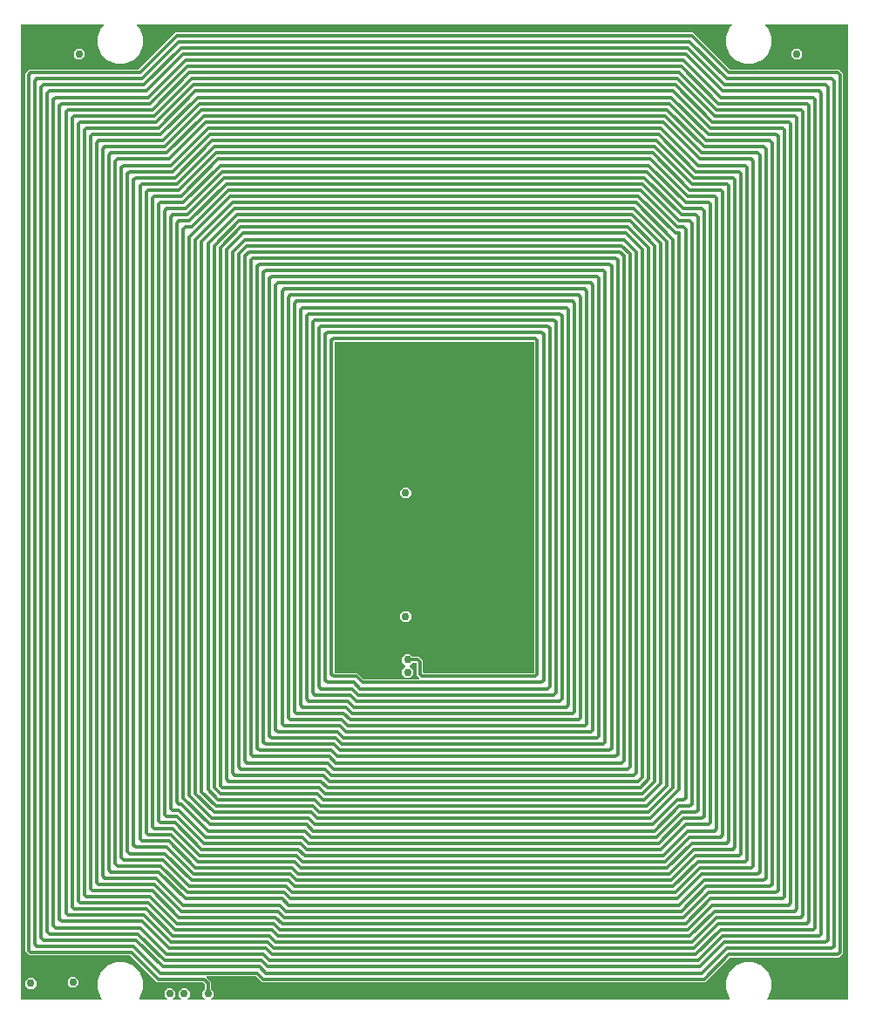
<source format=gbr>
G04 EAGLE Gerber RS-274X export*
G75*
%MOMM*%
%FSLAX34Y34*%
%LPD*%
%INCopper Layer 15*%
%IPPOS*%
%AMOC8*
5,1,8,0,0,1.08239X$1,22.5*%
G01*
%ADD10C,0.756400*%
%ADD11C,0.300000*%

G36*
X396931Y321036D02*
X396931Y321036D01*
X397002Y321038D01*
X397051Y321056D01*
X397103Y321064D01*
X397166Y321098D01*
X397233Y321123D01*
X397274Y321155D01*
X397320Y321180D01*
X397369Y321231D01*
X397425Y321276D01*
X397453Y321320D01*
X397489Y321358D01*
X397520Y321423D01*
X397558Y321483D01*
X397571Y321534D01*
X397593Y321581D01*
X397601Y321652D01*
X397618Y321722D01*
X397614Y321774D01*
X397620Y321825D01*
X397605Y321896D01*
X397599Y321967D01*
X397579Y322015D01*
X397568Y322066D01*
X397531Y322127D01*
X397503Y322193D01*
X397458Y322249D01*
X397442Y322277D01*
X397424Y322292D01*
X397398Y322324D01*
X396752Y322970D01*
X394975Y324747D01*
X394975Y336214D01*
X394972Y336234D01*
X394974Y336253D01*
X394952Y336355D01*
X394936Y336457D01*
X394926Y336474D01*
X394922Y336494D01*
X394869Y336583D01*
X394820Y336674D01*
X394806Y336688D01*
X394796Y336705D01*
X394717Y336772D01*
X394642Y336844D01*
X394624Y336852D01*
X394609Y336865D01*
X394513Y336904D01*
X394419Y336947D01*
X394399Y336949D01*
X394381Y336957D01*
X394214Y336975D01*
X390795Y336975D01*
X390705Y336961D01*
X390614Y336953D01*
X390585Y336941D01*
X390553Y336936D01*
X390472Y336893D01*
X390388Y336857D01*
X390356Y336831D01*
X390335Y336820D01*
X390313Y336797D01*
X390257Y336752D01*
X388043Y334538D01*
X388032Y334522D01*
X388016Y334510D01*
X387960Y334422D01*
X387900Y334339D01*
X387894Y334320D01*
X387883Y334303D01*
X387858Y334202D01*
X387827Y334103D01*
X387828Y334084D01*
X387823Y334064D01*
X387831Y333961D01*
X387834Y333858D01*
X387840Y333839D01*
X387842Y333819D01*
X387882Y333724D01*
X387918Y333627D01*
X387931Y333611D01*
X387938Y333593D01*
X388043Y333462D01*
X391307Y330198D01*
X391307Y325802D01*
X388198Y322693D01*
X383802Y322693D01*
X380693Y325802D01*
X380693Y330198D01*
X383957Y333462D01*
X383968Y333478D01*
X383984Y333490D01*
X384040Y333578D01*
X384100Y333661D01*
X384106Y333680D01*
X384117Y333697D01*
X384142Y333798D01*
X384173Y333897D01*
X384172Y333916D01*
X384177Y333936D01*
X384169Y334039D01*
X384166Y334142D01*
X384160Y334161D01*
X384158Y334181D01*
X384118Y334276D01*
X384082Y334373D01*
X384069Y334389D01*
X384062Y334407D01*
X383957Y334538D01*
X380693Y337802D01*
X380693Y342198D01*
X383802Y345307D01*
X388198Y345307D01*
X390257Y343248D01*
X390331Y343195D01*
X390401Y343135D01*
X390431Y343123D01*
X390457Y343104D01*
X390544Y343077D01*
X390629Y343043D01*
X390670Y343039D01*
X390692Y343032D01*
X390724Y343033D01*
X390795Y343025D01*
X397253Y343025D01*
X401025Y339253D01*
X401025Y327786D01*
X401028Y327766D01*
X401026Y327747D01*
X401048Y327645D01*
X401064Y327543D01*
X401074Y327526D01*
X401078Y327506D01*
X401131Y327417D01*
X401180Y327326D01*
X401194Y327312D01*
X401204Y327295D01*
X401283Y327228D01*
X401358Y327156D01*
X401376Y327148D01*
X401391Y327135D01*
X401487Y327096D01*
X401581Y327053D01*
X401601Y327051D01*
X401619Y327043D01*
X401786Y327025D01*
X508214Y327025D01*
X508234Y327028D01*
X508253Y327026D01*
X508355Y327048D01*
X508457Y327064D01*
X508474Y327074D01*
X508494Y327078D01*
X508583Y327131D01*
X508674Y327180D01*
X508688Y327194D01*
X508705Y327204D01*
X508772Y327283D01*
X508844Y327358D01*
X508852Y327376D01*
X508865Y327391D01*
X508904Y327487D01*
X508947Y327581D01*
X508949Y327601D01*
X508957Y327619D01*
X508975Y327786D01*
X508975Y648214D01*
X508972Y648234D01*
X508974Y648253D01*
X508952Y648355D01*
X508936Y648457D01*
X508926Y648474D01*
X508922Y648494D01*
X508869Y648583D01*
X508820Y648674D01*
X508806Y648688D01*
X508796Y648705D01*
X508717Y648772D01*
X508642Y648844D01*
X508624Y648852D01*
X508609Y648865D01*
X508513Y648904D01*
X508419Y648947D01*
X508399Y648949D01*
X508381Y648957D01*
X508214Y648975D01*
X315786Y648975D01*
X315766Y648972D01*
X315747Y648974D01*
X315645Y648952D01*
X315543Y648936D01*
X315526Y648926D01*
X315506Y648922D01*
X315417Y648869D01*
X315326Y648820D01*
X315312Y648806D01*
X315295Y648796D01*
X315228Y648717D01*
X315156Y648642D01*
X315148Y648624D01*
X315135Y648609D01*
X315096Y648513D01*
X315053Y648419D01*
X315051Y648399D01*
X315043Y648381D01*
X315025Y648214D01*
X315025Y327786D01*
X315028Y327766D01*
X315026Y327747D01*
X315048Y327645D01*
X315064Y327543D01*
X315074Y327526D01*
X315078Y327506D01*
X315131Y327417D01*
X315180Y327326D01*
X315194Y327312D01*
X315204Y327295D01*
X315283Y327228D01*
X315358Y327156D01*
X315376Y327148D01*
X315391Y327135D01*
X315487Y327096D01*
X315581Y327053D01*
X315601Y327051D01*
X315619Y327043D01*
X315786Y327025D01*
X337253Y327025D01*
X343030Y321248D01*
X343104Y321195D01*
X343173Y321135D01*
X343203Y321123D01*
X343230Y321104D01*
X343317Y321077D01*
X343401Y321043D01*
X343442Y321039D01*
X343465Y321032D01*
X343497Y321033D01*
X343568Y321025D01*
X396860Y321025D01*
X396931Y321036D01*
G37*
G36*
X88332Y10172D02*
X88332Y10172D01*
X88404Y10174D01*
X88453Y10192D01*
X88504Y10200D01*
X88568Y10234D01*
X88635Y10259D01*
X88676Y10291D01*
X88722Y10316D01*
X88771Y10367D01*
X88827Y10412D01*
X88855Y10456D01*
X88891Y10494D01*
X88921Y10559D01*
X88960Y10619D01*
X88973Y10670D01*
X88995Y10717D01*
X89002Y10788D01*
X89020Y10858D01*
X89016Y10910D01*
X89022Y10961D01*
X89006Y11032D01*
X89001Y11103D01*
X88980Y11151D01*
X88969Y11202D01*
X88933Y11263D01*
X88905Y11329D01*
X88860Y11385D01*
X88843Y11413D01*
X88826Y11428D01*
X88800Y11460D01*
X88313Y11947D01*
X84939Y20092D01*
X84939Y28908D01*
X88313Y37053D01*
X94547Y43287D01*
X102692Y46661D01*
X111508Y46661D01*
X119653Y43287D01*
X125887Y37053D01*
X129261Y28908D01*
X129261Y20092D01*
X125887Y11947D01*
X125400Y11460D01*
X125358Y11402D01*
X125309Y11350D01*
X125287Y11303D01*
X125257Y11261D01*
X125236Y11192D01*
X125205Y11127D01*
X125200Y11075D01*
X125184Y11025D01*
X125186Y10954D01*
X125178Y10883D01*
X125189Y10832D01*
X125191Y10780D01*
X125215Y10712D01*
X125231Y10642D01*
X125257Y10597D01*
X125275Y10549D01*
X125320Y10493D01*
X125357Y10431D01*
X125396Y10397D01*
X125429Y10357D01*
X125489Y10318D01*
X125544Y10271D01*
X125592Y10252D01*
X125636Y10224D01*
X125705Y10206D01*
X125772Y10179D01*
X125843Y10171D01*
X125874Y10163D01*
X125898Y10165D01*
X125939Y10161D01*
X151497Y10161D01*
X151567Y10172D01*
X151639Y10174D01*
X151688Y10192D01*
X151739Y10200D01*
X151803Y10234D01*
X151870Y10259D01*
X151911Y10291D01*
X151957Y10316D01*
X152006Y10368D01*
X152062Y10412D01*
X152090Y10456D01*
X152126Y10494D01*
X152156Y10559D01*
X152195Y10619D01*
X152208Y10670D01*
X152230Y10717D01*
X152238Y10788D01*
X152255Y10858D01*
X152251Y10910D01*
X152257Y10961D01*
X152242Y11032D01*
X152236Y11103D01*
X152216Y11151D01*
X152205Y11202D01*
X152168Y11263D01*
X152140Y11329D01*
X152095Y11385D01*
X152078Y11413D01*
X152061Y11428D01*
X152035Y11460D01*
X149693Y13802D01*
X149693Y18198D01*
X152802Y21307D01*
X157198Y21307D01*
X160307Y18198D01*
X160307Y13802D01*
X157965Y11460D01*
X157923Y11402D01*
X157874Y11350D01*
X157852Y11303D01*
X157822Y11261D01*
X157800Y11192D01*
X157770Y11127D01*
X157765Y11075D01*
X157749Y11025D01*
X157751Y10954D01*
X157743Y10883D01*
X157754Y10832D01*
X157756Y10780D01*
X157780Y10712D01*
X157795Y10642D01*
X157822Y10597D01*
X157840Y10549D01*
X157885Y10493D01*
X157922Y10431D01*
X157961Y10397D01*
X157994Y10357D01*
X158054Y10318D01*
X158109Y10271D01*
X158157Y10252D01*
X158201Y10224D01*
X158270Y10206D01*
X158337Y10179D01*
X158408Y10171D01*
X158439Y10163D01*
X158462Y10165D01*
X158503Y10161D01*
X165497Y10161D01*
X165567Y10172D01*
X165639Y10174D01*
X165688Y10192D01*
X165739Y10200D01*
X165803Y10234D01*
X165870Y10259D01*
X165911Y10291D01*
X165957Y10316D01*
X166006Y10368D01*
X166062Y10412D01*
X166090Y10456D01*
X166126Y10494D01*
X166156Y10559D01*
X166195Y10619D01*
X166208Y10670D01*
X166230Y10717D01*
X166238Y10788D01*
X166255Y10858D01*
X166251Y10910D01*
X166257Y10961D01*
X166242Y11032D01*
X166236Y11103D01*
X166216Y11151D01*
X166205Y11202D01*
X166168Y11263D01*
X166140Y11329D01*
X166095Y11385D01*
X166078Y11413D01*
X166061Y11428D01*
X166035Y11460D01*
X163693Y13802D01*
X163693Y18198D01*
X166802Y21307D01*
X171198Y21307D01*
X174307Y18198D01*
X174307Y13802D01*
X171965Y11460D01*
X171923Y11402D01*
X171874Y11350D01*
X171852Y11303D01*
X171822Y11261D01*
X171800Y11192D01*
X171770Y11127D01*
X171765Y11075D01*
X171749Y11025D01*
X171751Y10954D01*
X171743Y10883D01*
X171754Y10832D01*
X171756Y10780D01*
X171780Y10712D01*
X171795Y10642D01*
X171822Y10597D01*
X171840Y10549D01*
X171885Y10493D01*
X171922Y10431D01*
X171961Y10397D01*
X171994Y10357D01*
X172054Y10318D01*
X172109Y10271D01*
X172157Y10252D01*
X172201Y10224D01*
X172270Y10206D01*
X172337Y10179D01*
X172408Y10171D01*
X172439Y10163D01*
X172462Y10165D01*
X172503Y10161D01*
X188497Y10161D01*
X188567Y10172D01*
X188639Y10174D01*
X188688Y10192D01*
X188739Y10200D01*
X188803Y10234D01*
X188870Y10259D01*
X188911Y10291D01*
X188957Y10316D01*
X189006Y10368D01*
X189062Y10412D01*
X189090Y10456D01*
X189126Y10494D01*
X189156Y10559D01*
X189195Y10619D01*
X189208Y10670D01*
X189230Y10717D01*
X189238Y10788D01*
X189255Y10858D01*
X189251Y10910D01*
X189257Y10961D01*
X189242Y11032D01*
X189236Y11103D01*
X189216Y11151D01*
X189205Y11202D01*
X189168Y11263D01*
X189140Y11329D01*
X189095Y11385D01*
X189078Y11413D01*
X189061Y11428D01*
X189035Y11460D01*
X186693Y13802D01*
X186693Y18198D01*
X188752Y20257D01*
X188805Y20331D01*
X188865Y20401D01*
X188877Y20431D01*
X188896Y20457D01*
X188923Y20544D01*
X188957Y20629D01*
X188961Y20670D01*
X188968Y20692D01*
X188967Y20724D01*
X188975Y20795D01*
X188975Y24432D01*
X188961Y24522D01*
X188953Y24613D01*
X188941Y24643D01*
X188936Y24675D01*
X188893Y24755D01*
X188857Y24839D01*
X188831Y24871D01*
X188820Y24892D01*
X188797Y24914D01*
X188752Y24970D01*
X186970Y26752D01*
X186896Y26805D01*
X186827Y26865D01*
X186797Y26877D01*
X186770Y26896D01*
X186683Y26923D01*
X186599Y26957D01*
X186558Y26961D01*
X186535Y26968D01*
X186503Y26967D01*
X186432Y26975D01*
X142747Y26975D01*
X116970Y52752D01*
X116896Y52805D01*
X116827Y52865D01*
X116797Y52877D01*
X116770Y52896D01*
X116683Y52923D01*
X116599Y52957D01*
X116558Y52961D01*
X116535Y52968D01*
X116503Y52967D01*
X116432Y52975D01*
X18747Y52975D01*
X16970Y54752D01*
X14975Y56747D01*
X14975Y909253D01*
X18747Y913025D01*
X124432Y913025D01*
X124522Y913039D01*
X124613Y913047D01*
X124643Y913059D01*
X124675Y913064D01*
X124755Y913107D01*
X124839Y913143D01*
X124871Y913169D01*
X124892Y913180D01*
X124914Y913203D01*
X124970Y913248D01*
X160747Y949025D01*
X663253Y949025D01*
X699030Y913248D01*
X699104Y913195D01*
X699173Y913135D01*
X699203Y913123D01*
X699230Y913104D01*
X699317Y913077D01*
X699401Y913043D01*
X699442Y913039D01*
X699465Y913032D01*
X699497Y913033D01*
X699568Y913025D01*
X805253Y913025D01*
X809025Y909253D01*
X809025Y54747D01*
X805253Y50975D01*
X699568Y50975D01*
X699478Y50961D01*
X699387Y50953D01*
X699357Y50941D01*
X699325Y50936D01*
X699245Y50893D01*
X699161Y50857D01*
X699129Y50831D01*
X699108Y50820D01*
X699086Y50797D01*
X699030Y50752D01*
X675253Y26975D01*
X244747Y26975D01*
X238970Y32752D01*
X238896Y32805D01*
X238827Y32865D01*
X238797Y32877D01*
X238770Y32896D01*
X238683Y32923D01*
X238599Y32957D01*
X238558Y32961D01*
X238535Y32968D01*
X238503Y32967D01*
X238432Y32975D01*
X191140Y32975D01*
X191069Y32964D01*
X190998Y32962D01*
X190949Y32944D01*
X190897Y32936D01*
X190834Y32902D01*
X190767Y32877D01*
X190726Y32845D01*
X190680Y32820D01*
X190631Y32768D01*
X190575Y32724D01*
X190546Y32680D01*
X190511Y32642D01*
X190480Y32577D01*
X190442Y32517D01*
X190429Y32466D01*
X190407Y32419D01*
X190399Y32348D01*
X190382Y32278D01*
X190386Y32226D01*
X190380Y32175D01*
X190395Y32104D01*
X190401Y32033D01*
X190421Y31985D01*
X190432Y31934D01*
X190469Y31873D01*
X190497Y31807D01*
X190542Y31751D01*
X190558Y31723D01*
X190576Y31708D01*
X190602Y31676D01*
X195025Y27253D01*
X195025Y20795D01*
X195026Y20785D01*
X195026Y20779D01*
X195033Y20747D01*
X195039Y20705D01*
X195047Y20614D01*
X195059Y20585D01*
X195064Y20553D01*
X195107Y20472D01*
X195143Y20388D01*
X195169Y20356D01*
X195180Y20335D01*
X195203Y20313D01*
X195248Y20257D01*
X197307Y18198D01*
X197307Y13802D01*
X194965Y11460D01*
X194923Y11402D01*
X194874Y11350D01*
X194852Y11303D01*
X194822Y11261D01*
X194800Y11192D01*
X194770Y11127D01*
X194765Y11075D01*
X194749Y11025D01*
X194751Y10954D01*
X194743Y10883D01*
X194754Y10832D01*
X194756Y10780D01*
X194780Y10712D01*
X194795Y10642D01*
X194822Y10597D01*
X194840Y10549D01*
X194885Y10493D01*
X194922Y10431D01*
X194961Y10397D01*
X194994Y10357D01*
X195054Y10318D01*
X195109Y10271D01*
X195157Y10252D01*
X195201Y10224D01*
X195270Y10206D01*
X195337Y10179D01*
X195408Y10171D01*
X195439Y10163D01*
X195462Y10165D01*
X195503Y10161D01*
X698261Y10161D01*
X698332Y10172D01*
X698404Y10174D01*
X698453Y10192D01*
X698504Y10200D01*
X698568Y10234D01*
X698635Y10259D01*
X698676Y10291D01*
X698722Y10316D01*
X698771Y10367D01*
X698827Y10412D01*
X698855Y10456D01*
X698891Y10494D01*
X698921Y10559D01*
X698960Y10619D01*
X698973Y10670D01*
X698995Y10717D01*
X699002Y10788D01*
X699020Y10858D01*
X699016Y10910D01*
X699022Y10961D01*
X699006Y11032D01*
X699001Y11103D01*
X698980Y11151D01*
X698969Y11202D01*
X698933Y11263D01*
X698905Y11329D01*
X698860Y11385D01*
X698843Y11413D01*
X698826Y11428D01*
X698800Y11460D01*
X698313Y11947D01*
X694939Y20092D01*
X694939Y28908D01*
X698313Y37053D01*
X704547Y43287D01*
X712692Y46661D01*
X721508Y46661D01*
X729653Y43287D01*
X735887Y37053D01*
X739261Y28908D01*
X739261Y20092D01*
X735887Y11947D01*
X735400Y11460D01*
X735358Y11402D01*
X735309Y11350D01*
X735287Y11303D01*
X735257Y11261D01*
X735236Y11192D01*
X735205Y11127D01*
X735200Y11075D01*
X735184Y11025D01*
X735186Y10954D01*
X735178Y10883D01*
X735189Y10832D01*
X735191Y10780D01*
X735215Y10712D01*
X735231Y10642D01*
X735257Y10597D01*
X735275Y10549D01*
X735320Y10493D01*
X735357Y10431D01*
X735396Y10397D01*
X735429Y10357D01*
X735489Y10318D01*
X735544Y10271D01*
X735592Y10252D01*
X735636Y10224D01*
X735705Y10206D01*
X735772Y10179D01*
X735843Y10171D01*
X735874Y10163D01*
X735898Y10165D01*
X735939Y10161D01*
X813278Y10161D01*
X813298Y10164D01*
X813317Y10162D01*
X813419Y10184D01*
X813521Y10200D01*
X813538Y10210D01*
X813558Y10214D01*
X813647Y10267D01*
X813738Y10316D01*
X813752Y10330D01*
X813769Y10340D01*
X813836Y10419D01*
X813908Y10494D01*
X813916Y10512D01*
X813929Y10527D01*
X813968Y10623D01*
X814011Y10717D01*
X814013Y10737D01*
X814021Y10755D01*
X814039Y10922D01*
X814039Y956078D01*
X814036Y956098D01*
X814038Y956117D01*
X814016Y956219D01*
X814000Y956321D01*
X813990Y956338D01*
X813986Y956358D01*
X813933Y956447D01*
X813884Y956538D01*
X813870Y956552D01*
X813860Y956569D01*
X813781Y956636D01*
X813706Y956708D01*
X813688Y956716D01*
X813673Y956729D01*
X813577Y956768D01*
X813483Y956811D01*
X813463Y956813D01*
X813445Y956821D01*
X813278Y956839D01*
X733939Y956839D01*
X733868Y956828D01*
X733796Y956826D01*
X733747Y956808D01*
X733696Y956800D01*
X733632Y956766D01*
X733565Y956741D01*
X733524Y956709D01*
X733478Y956684D01*
X733429Y956632D01*
X733373Y956588D01*
X733345Y956544D01*
X733309Y956506D01*
X733279Y956441D01*
X733240Y956381D01*
X733227Y956330D01*
X733205Y956283D01*
X733198Y956212D01*
X733180Y956142D01*
X733184Y956090D01*
X733178Y956039D01*
X733194Y955968D01*
X733199Y955897D01*
X733219Y955849D01*
X733231Y955798D01*
X733267Y955737D01*
X733295Y955671D01*
X733340Y955615D01*
X733357Y955587D01*
X733375Y955572D01*
X733400Y955540D01*
X735887Y953053D01*
X739261Y944908D01*
X739261Y936092D01*
X735887Y927947D01*
X729653Y921713D01*
X721508Y918339D01*
X712692Y918339D01*
X704547Y921713D01*
X698313Y927947D01*
X694939Y936092D01*
X694939Y944908D01*
X698313Y953053D01*
X700800Y955540D01*
X700842Y955598D01*
X700891Y955650D01*
X700913Y955697D01*
X700943Y955739D01*
X700964Y955808D01*
X700995Y955873D01*
X701000Y955925D01*
X701016Y955975D01*
X701014Y956046D01*
X701022Y956117D01*
X701011Y956168D01*
X701009Y956220D01*
X700985Y956288D01*
X700969Y956358D01*
X700943Y956403D01*
X700925Y956451D01*
X700880Y956507D01*
X700843Y956569D01*
X700804Y956603D01*
X700771Y956643D01*
X700711Y956682D01*
X700656Y956729D01*
X700608Y956748D01*
X700564Y956776D01*
X700495Y956794D01*
X700428Y956821D01*
X700357Y956829D01*
X700326Y956837D01*
X700302Y956835D01*
X700261Y956839D01*
X123939Y956839D01*
X123868Y956828D01*
X123796Y956826D01*
X123747Y956808D01*
X123696Y956800D01*
X123632Y956766D01*
X123565Y956741D01*
X123524Y956709D01*
X123478Y956684D01*
X123429Y956632D01*
X123373Y956588D01*
X123345Y956544D01*
X123309Y956506D01*
X123279Y956441D01*
X123240Y956381D01*
X123227Y956330D01*
X123205Y956283D01*
X123198Y956212D01*
X123180Y956142D01*
X123184Y956090D01*
X123178Y956039D01*
X123194Y955968D01*
X123199Y955897D01*
X123219Y955849D01*
X123231Y955798D01*
X123267Y955737D01*
X123295Y955671D01*
X123340Y955615D01*
X123357Y955587D01*
X123375Y955572D01*
X123400Y955540D01*
X125887Y953053D01*
X129261Y944908D01*
X129261Y936092D01*
X125887Y927947D01*
X119653Y921713D01*
X111508Y918339D01*
X102692Y918339D01*
X94547Y921713D01*
X88313Y927947D01*
X84939Y936092D01*
X84939Y944908D01*
X88313Y953053D01*
X90800Y955540D01*
X90842Y955598D01*
X90891Y955650D01*
X90913Y955697D01*
X90943Y955739D01*
X90964Y955808D01*
X90995Y955873D01*
X91000Y955925D01*
X91016Y955975D01*
X91014Y956046D01*
X91022Y956117D01*
X91011Y956168D01*
X91009Y956220D01*
X90985Y956288D01*
X90969Y956358D01*
X90943Y956403D01*
X90925Y956451D01*
X90880Y956507D01*
X90843Y956569D01*
X90804Y956603D01*
X90771Y956643D01*
X90711Y956682D01*
X90656Y956729D01*
X90608Y956748D01*
X90564Y956776D01*
X90495Y956794D01*
X90428Y956821D01*
X90357Y956829D01*
X90326Y956837D01*
X90302Y956835D01*
X90261Y956839D01*
X10922Y956839D01*
X10902Y956836D01*
X10883Y956838D01*
X10781Y956816D01*
X10679Y956800D01*
X10662Y956790D01*
X10642Y956786D01*
X10553Y956733D01*
X10462Y956684D01*
X10448Y956670D01*
X10431Y956660D01*
X10364Y956581D01*
X10292Y956506D01*
X10284Y956488D01*
X10271Y956473D01*
X10232Y956377D01*
X10189Y956283D01*
X10187Y956263D01*
X10179Y956245D01*
X10161Y956078D01*
X10161Y10922D01*
X10164Y10902D01*
X10162Y10883D01*
X10184Y10781D01*
X10200Y10679D01*
X10210Y10662D01*
X10214Y10642D01*
X10267Y10553D01*
X10316Y10462D01*
X10330Y10448D01*
X10340Y10431D01*
X10419Y10364D01*
X10494Y10292D01*
X10512Y10284D01*
X10527Y10271D01*
X10623Y10232D01*
X10717Y10189D01*
X10737Y10187D01*
X10755Y10179D01*
X10922Y10161D01*
X88261Y10161D01*
X88332Y10172D01*
G37*
%LPC*%
G36*
X761802Y922693D02*
X761802Y922693D01*
X758693Y925802D01*
X758693Y930198D01*
X761802Y933307D01*
X766198Y933307D01*
X769307Y930198D01*
X769307Y925802D01*
X766198Y922693D01*
X761802Y922693D01*
G37*
%LPD*%
%LPC*%
G36*
X64802Y922693D02*
X64802Y922693D01*
X61693Y925802D01*
X61693Y930198D01*
X64802Y933307D01*
X69198Y933307D01*
X72307Y930198D01*
X72307Y925802D01*
X69198Y922693D01*
X64802Y922693D01*
G37*
%LPD*%
%LPC*%
G36*
X381802Y496693D02*
X381802Y496693D01*
X378693Y499802D01*
X378693Y504198D01*
X381802Y507307D01*
X386198Y507307D01*
X389307Y504198D01*
X389307Y499802D01*
X386198Y496693D01*
X381802Y496693D01*
G37*
%LPD*%
%LPC*%
G36*
X381802Y376693D02*
X381802Y376693D01*
X378693Y379802D01*
X378693Y384198D01*
X381802Y387307D01*
X386198Y387307D01*
X389307Y384198D01*
X389307Y379802D01*
X386198Y376693D01*
X381802Y376693D01*
G37*
%LPD*%
%LPC*%
G36*
X58802Y21693D02*
X58802Y21693D01*
X55693Y24802D01*
X55693Y29198D01*
X58802Y32307D01*
X63198Y32307D01*
X66307Y29198D01*
X66307Y24802D01*
X63198Y21693D01*
X58802Y21693D01*
G37*
%LPD*%
%LPC*%
G36*
X17802Y20693D02*
X17802Y20693D01*
X14693Y23802D01*
X14693Y28198D01*
X17802Y31307D01*
X22198Y31307D01*
X25307Y28198D01*
X25307Y23802D01*
X22198Y20693D01*
X17802Y20693D01*
G37*
%LPD*%
D10*
X155000Y16000D03*
X169000Y16000D03*
X386000Y328000D03*
X386000Y340000D03*
D11*
X396000Y340000D01*
X398000Y338000D01*
X398000Y326000D01*
X400000Y324000D01*
X510000Y324000D01*
X512000Y326000D01*
X512000Y650000D01*
X510000Y652000D01*
X314000Y652000D01*
X312000Y650000D01*
X312000Y326000D01*
X314000Y324000D01*
X336000Y324000D01*
X342000Y318000D01*
X516000Y318000D01*
X518000Y320000D01*
X518000Y656000D01*
X516000Y658000D01*
X308000Y658000D01*
X306000Y656000D01*
X306000Y320000D01*
X308000Y318000D01*
X334000Y318000D01*
X340000Y312000D01*
X522000Y312000D01*
X524000Y314000D01*
X524000Y662000D01*
X522000Y664000D01*
X302000Y664000D01*
X300000Y662000D01*
X300000Y314000D01*
X302000Y312000D01*
X332000Y312000D01*
X338000Y306000D01*
X528000Y306000D01*
X530000Y308000D01*
X530000Y668000D01*
X528000Y670000D01*
X296000Y670000D01*
X294000Y668000D01*
X294000Y308000D01*
X296000Y306000D01*
X330000Y306000D01*
X336000Y300000D01*
X534000Y300000D01*
X536000Y302000D01*
X536000Y674000D01*
X534000Y676000D01*
X290000Y676000D01*
X288000Y674000D01*
X288000Y302000D01*
X290000Y300000D01*
X328000Y300000D01*
X334000Y294000D01*
X540000Y294000D01*
X542000Y296000D01*
X542000Y680000D01*
X540000Y682000D01*
X284000Y682000D01*
X282000Y680000D01*
X282000Y296000D01*
X284000Y294000D01*
X326000Y294000D01*
X332000Y288000D01*
X546000Y288000D01*
X548000Y290000D01*
X548000Y686000D01*
X546000Y688000D01*
X278000Y688000D01*
X276000Y686000D01*
X276000Y290000D01*
X278000Y288000D01*
X324000Y288000D01*
X330000Y282000D01*
X552000Y282000D01*
X554000Y284000D01*
X554000Y692000D01*
X552000Y694000D01*
X272000Y694000D01*
X270000Y692000D01*
X270000Y284000D01*
X272000Y282000D01*
X322000Y282000D01*
X328000Y276000D01*
X558000Y276000D01*
X560000Y278000D01*
X560000Y698000D01*
X558000Y700000D01*
X266000Y700000D01*
X264000Y698000D01*
X264000Y278000D01*
X266000Y276000D01*
X320000Y276000D01*
X326000Y270000D01*
X564000Y270000D01*
X566000Y272000D01*
X566000Y704000D01*
X564000Y706000D01*
X260000Y706000D01*
X258000Y704000D01*
X258000Y272000D01*
X260000Y270000D01*
X318000Y270000D01*
X324000Y264000D01*
X570000Y264000D01*
X572000Y266000D01*
X572000Y710000D01*
X570000Y712000D01*
X254000Y712000D01*
X252000Y710000D01*
X252000Y266000D01*
X254000Y264000D01*
X316000Y264000D01*
X322000Y258000D01*
X576000Y258000D01*
X578000Y260000D01*
X578000Y716000D01*
X576000Y718000D01*
X248000Y718000D01*
X246000Y716000D01*
X246000Y260000D01*
X248000Y258000D01*
X314000Y258000D01*
X320000Y252000D01*
X582000Y252000D01*
X584000Y254000D01*
X584000Y722000D01*
X582000Y724000D01*
X242000Y724000D01*
X240000Y722000D01*
X240000Y254000D01*
X242000Y252000D01*
X312000Y252000D01*
X318000Y246000D01*
X588000Y246000D01*
X590000Y248000D01*
X590000Y728000D01*
X588000Y730000D01*
X236000Y730000D01*
X234000Y728000D01*
X234000Y248000D01*
X236000Y246000D01*
X310000Y246000D01*
X316000Y240000D01*
X594000Y240000D01*
X596000Y242000D01*
X596000Y732000D01*
X592000Y736000D01*
X232000Y736000D01*
X228000Y732000D01*
X228000Y242000D01*
X230000Y240000D01*
X308000Y240000D01*
X314000Y234000D01*
X600000Y234000D01*
X602000Y236000D01*
X602000Y734000D01*
X594000Y742000D01*
X230000Y742000D01*
X222000Y734000D01*
X222000Y236000D01*
X224000Y234000D01*
X306000Y234000D01*
X312000Y228000D01*
X606000Y228000D01*
X608000Y230000D01*
X608000Y736000D01*
X596000Y748000D01*
X228000Y748000D01*
X216000Y736000D01*
X216000Y230000D01*
X218000Y228000D01*
X304000Y228000D01*
X310000Y222000D01*
X610000Y222000D01*
X614000Y226000D01*
X614000Y738000D01*
X598000Y754000D01*
X226000Y754000D01*
X210000Y738000D01*
X210000Y224000D01*
X212000Y222000D01*
X302000Y222000D01*
X308000Y216000D01*
X612000Y216000D01*
X620000Y224000D01*
X620000Y740000D01*
X600000Y760000D01*
X224000Y760000D01*
X204000Y740000D01*
X204000Y218000D01*
X206000Y216000D01*
X300000Y216000D01*
X306000Y210000D01*
X614000Y210000D01*
X626000Y222000D01*
X626000Y742000D01*
X602000Y766000D01*
X222000Y766000D01*
X198000Y742000D01*
X198000Y216000D01*
X204000Y210000D01*
X298000Y210000D01*
X304000Y204000D01*
X616000Y204000D01*
X632000Y220000D01*
X632000Y744000D01*
X604000Y772000D01*
X220000Y772000D01*
X192000Y744000D01*
X192000Y214000D01*
X202000Y204000D01*
X296000Y204000D01*
X302000Y198000D01*
X618000Y198000D01*
X638000Y218000D01*
X638000Y746000D01*
X606000Y778000D01*
X218000Y778000D01*
X186000Y746000D01*
X186000Y212000D01*
X200000Y198000D01*
X294000Y198000D01*
X300000Y192000D01*
X620000Y192000D01*
X644000Y216000D01*
X644000Y748000D01*
X608000Y784000D01*
X216000Y784000D01*
X180000Y748000D01*
X180000Y210000D01*
X198000Y192000D01*
X292000Y192000D01*
X298000Y186000D01*
X622000Y186000D01*
X650000Y214000D01*
X650000Y754000D01*
X646000Y754000D01*
X610000Y790000D01*
X214000Y790000D01*
X174000Y750000D01*
X174000Y208000D01*
X196000Y186000D01*
X290000Y186000D01*
X296000Y180000D01*
X624000Y180000D01*
X648000Y204000D01*
X654000Y204000D01*
X656000Y206000D01*
X656000Y758000D01*
X654000Y760000D01*
X648000Y760000D01*
X612000Y796000D01*
X212000Y796000D01*
X176000Y760000D01*
X170000Y760000D01*
X168000Y758000D01*
X168000Y206000D01*
X194000Y180000D01*
X288000Y180000D01*
X294000Y174000D01*
X626000Y174000D01*
X650000Y198000D01*
X660000Y198000D01*
X662000Y200000D01*
X662000Y764000D01*
X660000Y766000D01*
X650000Y766000D01*
X614000Y802000D01*
X210000Y802000D01*
X174000Y766000D01*
X164000Y766000D01*
X162000Y764000D01*
X162000Y202000D01*
X164000Y200000D01*
X166000Y200000D01*
X192000Y174000D01*
X286000Y174000D01*
X292000Y168000D01*
X628000Y168000D01*
X652000Y192000D01*
X666000Y192000D01*
X668000Y194000D01*
X668000Y770000D01*
X666000Y772000D01*
X652000Y772000D01*
X616000Y808000D01*
X208000Y808000D01*
X172000Y772000D01*
X158000Y772000D01*
X156000Y770000D01*
X156000Y196000D01*
X158000Y194000D01*
X164000Y194000D01*
X190000Y168000D01*
X284000Y168000D01*
X290000Y162000D01*
X630000Y162000D01*
X654000Y186000D01*
X672000Y186000D01*
X674000Y188000D01*
X674000Y776000D01*
X672000Y778000D01*
X654000Y778000D01*
X618000Y814000D01*
X206000Y814000D01*
X170000Y778000D01*
X152000Y778000D01*
X150000Y776000D01*
X150000Y190000D01*
X152000Y188000D01*
X162000Y188000D01*
X188000Y162000D01*
X282000Y162000D01*
X288000Y156000D01*
X632000Y156000D01*
X656000Y180000D01*
X678000Y180000D01*
X680000Y182000D01*
X680000Y782000D01*
X678000Y784000D01*
X656000Y784000D01*
X620000Y820000D01*
X204000Y820000D01*
X168000Y784000D01*
X146000Y784000D01*
X144000Y782000D01*
X144000Y184000D01*
X146000Y182000D01*
X160000Y182000D01*
X186000Y156000D01*
X280000Y156000D01*
X286000Y150000D01*
X634000Y150000D01*
X658000Y174000D01*
X684000Y174000D01*
X686000Y176000D01*
X686000Y788000D01*
X684000Y790000D01*
X658000Y790000D01*
X622000Y826000D01*
X202000Y826000D01*
X166000Y790000D01*
X140000Y790000D01*
X138000Y788000D01*
X138000Y178000D01*
X140000Y176000D01*
X158000Y176000D01*
X184000Y150000D01*
X278000Y150000D01*
X284000Y144000D01*
X636000Y144000D01*
X660000Y168000D01*
X690000Y168000D01*
X692000Y170000D01*
X692000Y794000D01*
X690000Y796000D01*
X660000Y796000D01*
X624000Y832000D01*
X200000Y832000D01*
X164000Y796000D01*
X134000Y796000D01*
X132000Y794000D01*
X132000Y172000D01*
X134000Y170000D01*
X156000Y170000D01*
X182000Y144000D01*
X276000Y144000D01*
X282000Y138000D01*
X638000Y138000D01*
X662000Y162000D01*
X696000Y162000D01*
X698000Y164000D01*
X698000Y800000D01*
X696000Y802000D01*
X662000Y802000D01*
X626000Y838000D01*
X198000Y838000D01*
X162000Y802000D01*
X128000Y802000D01*
X126000Y800000D01*
X126000Y166000D01*
X128000Y164000D01*
X154000Y164000D01*
X180000Y138000D01*
X274000Y138000D01*
X280000Y132000D01*
X640000Y132000D01*
X664000Y156000D01*
X702000Y156000D01*
X704000Y158000D01*
X704000Y806000D01*
X702000Y808000D01*
X664000Y808000D01*
X628000Y844000D01*
X196000Y844000D01*
X160000Y808000D01*
X122000Y808000D01*
X120000Y806000D01*
X120000Y160000D01*
X122000Y158000D01*
X152000Y158000D01*
X178000Y132000D01*
X272000Y132000D01*
X278000Y126000D01*
X642000Y126000D01*
X666000Y150000D01*
X708000Y150000D01*
X710000Y152000D01*
X710000Y812000D01*
X708000Y814000D01*
X666000Y814000D01*
X630000Y850000D01*
X194000Y850000D01*
X158000Y814000D01*
X116000Y814000D01*
X114000Y812000D01*
X114000Y154000D01*
X116000Y152000D01*
X150000Y152000D01*
X176000Y126000D01*
X270000Y126000D01*
X276000Y120000D01*
X644000Y120000D01*
X668000Y144000D01*
X714000Y144000D01*
X716000Y146000D01*
X716000Y818000D01*
X714000Y820000D01*
X668000Y820000D01*
X632000Y856000D01*
X192000Y856000D01*
X156000Y820000D01*
X110000Y820000D01*
X108000Y818000D01*
X108000Y148000D01*
X110000Y146000D01*
X148000Y146000D01*
X174000Y120000D01*
X268000Y120000D01*
X274000Y114000D01*
X646000Y114000D01*
X670000Y138000D01*
X720000Y138000D01*
X722000Y140000D01*
X722000Y824000D01*
X720000Y826000D01*
X670000Y826000D01*
X634000Y862000D01*
X190000Y862000D01*
X154000Y826000D01*
X104000Y826000D01*
X102000Y824000D01*
X102000Y142000D01*
X104000Y140000D01*
X146000Y140000D01*
X172000Y114000D01*
X266000Y114000D01*
X272000Y108000D01*
X648000Y108000D01*
X672000Y132000D01*
X726000Y132000D01*
X728000Y134000D01*
X728000Y830000D01*
X726000Y832000D01*
X672000Y832000D01*
X636000Y868000D01*
X188000Y868000D01*
X152000Y832000D01*
X98000Y832000D01*
X96000Y830000D01*
X96000Y136000D01*
X98000Y134000D01*
X144000Y134000D01*
X170000Y108000D01*
X264000Y108000D01*
X270000Y102000D01*
X650000Y102000D01*
X674000Y126000D01*
X732000Y126000D01*
X734000Y128000D01*
X734000Y836000D01*
X732000Y838000D01*
X674000Y838000D01*
X638000Y874000D01*
X186000Y874000D01*
X150000Y838000D01*
X92000Y838000D01*
X90000Y836000D01*
X90000Y130000D01*
X92000Y128000D01*
X142000Y128000D01*
X168000Y102000D01*
X262000Y102000D01*
X268000Y96000D01*
X652000Y96000D01*
X676000Y120000D01*
X738000Y120000D01*
X740000Y122000D01*
X740000Y842000D01*
X738000Y844000D01*
X676000Y844000D01*
X640000Y880000D01*
X184000Y880000D01*
X148000Y844000D01*
X86000Y844000D01*
X84000Y842000D01*
X84000Y124000D01*
X86000Y122000D01*
X140000Y122000D01*
X166000Y96000D01*
X260000Y96000D01*
X266000Y90000D01*
X654000Y90000D01*
X678000Y114000D01*
X744000Y114000D01*
X746000Y116000D01*
X746000Y848000D01*
X744000Y850000D01*
X678000Y850000D01*
X642000Y886000D01*
X182000Y886000D01*
X146000Y850000D01*
X80000Y850000D01*
X78000Y848000D01*
X78000Y118000D01*
X80000Y116000D01*
X138000Y116000D01*
X164000Y90000D01*
X258000Y90000D01*
X264000Y84000D01*
X656000Y84000D01*
X680000Y108000D01*
X750000Y108000D01*
X752000Y110000D01*
X752000Y854000D01*
X750000Y856000D01*
X680000Y856000D01*
X644000Y892000D01*
X180000Y892000D01*
X144000Y856000D01*
X74000Y856000D01*
X72000Y854000D01*
X72000Y112000D01*
X74000Y110000D01*
X136000Y110000D01*
X162000Y84000D01*
X256000Y84000D01*
X262000Y78000D01*
X658000Y78000D01*
X682000Y102000D01*
X756000Y102000D01*
X758000Y104000D01*
X758000Y860000D01*
X756000Y862000D01*
X682000Y862000D01*
X646000Y898000D01*
X178000Y898000D01*
X142000Y862000D01*
X68000Y862000D01*
X66000Y860000D01*
X66000Y106000D01*
X68000Y104000D01*
X134000Y104000D01*
X160000Y78000D01*
X254000Y78000D01*
X260000Y72000D01*
X660000Y72000D01*
X684000Y96000D01*
X762000Y96000D01*
X764000Y98000D01*
X764000Y866000D01*
X762000Y868000D01*
X684000Y868000D01*
X648000Y904000D01*
X176000Y904000D01*
X140000Y868000D01*
X62000Y868000D01*
X60000Y866000D01*
X60000Y100000D01*
X62000Y98000D01*
X132000Y98000D01*
X158000Y72000D01*
X252000Y72000D01*
X258000Y66000D01*
X662000Y66000D01*
X686000Y90000D01*
X768000Y90000D01*
X770000Y92000D01*
X770000Y872000D01*
X768000Y874000D01*
X686000Y874000D01*
X650000Y910000D01*
X174000Y910000D01*
X138000Y874000D01*
X56000Y874000D01*
X54000Y872000D01*
X54000Y94000D01*
X56000Y92000D01*
X130000Y92000D01*
X156000Y66000D01*
X250000Y66000D01*
X256000Y60000D01*
X664000Y60000D01*
X688000Y84000D01*
X774000Y84000D01*
X776000Y86000D01*
X776000Y878000D01*
X774000Y880000D01*
X688000Y880000D01*
X652000Y916000D01*
X172000Y916000D01*
X136000Y880000D01*
X50000Y880000D01*
X48000Y878000D01*
X48000Y88000D01*
X50000Y86000D01*
X128000Y86000D01*
X154000Y60000D01*
X248000Y60000D01*
X254000Y54000D01*
X666000Y54000D01*
X690000Y78000D01*
X780000Y78000D01*
X782000Y80000D01*
X782000Y884000D01*
X780000Y886000D01*
X690000Y886000D01*
X654000Y922000D01*
X170000Y922000D01*
X134000Y886000D01*
X44000Y886000D01*
X42000Y884000D01*
X42000Y82000D01*
X44000Y80000D01*
X126000Y80000D01*
X152000Y54000D01*
X246000Y54000D01*
X252000Y48000D01*
X668000Y48000D01*
X692000Y72000D01*
X786000Y72000D01*
X788000Y74000D01*
X788000Y890000D01*
X786000Y892000D01*
X692000Y892000D01*
X656000Y928000D01*
X168000Y928000D01*
X132000Y892000D01*
X38000Y892000D01*
X36000Y890000D01*
X36000Y76000D01*
X38000Y74000D01*
X124000Y74000D01*
X150000Y48000D01*
X244000Y48000D01*
X250000Y42000D01*
X670000Y42000D01*
X694000Y66000D01*
X792000Y66000D01*
X794000Y68000D01*
X794000Y896000D01*
X792000Y898000D01*
D10*
X192000Y16000D03*
D11*
X694000Y898000D02*
X792000Y898000D01*
X694000Y898000D02*
X658000Y934000D01*
X192000Y26000D02*
X192000Y16000D01*
X192000Y26000D02*
X188000Y30000D01*
X166000Y934000D02*
X658000Y934000D01*
X166000Y934000D02*
X130000Y898000D01*
X144000Y30000D02*
X188000Y30000D01*
X144000Y30000D02*
X118000Y56000D01*
X130000Y898000D02*
X32000Y898000D01*
X30000Y896000D01*
X20000Y56000D02*
X118000Y56000D01*
X20000Y56000D02*
X18000Y58000D01*
X30000Y70000D02*
X30000Y896000D01*
X30000Y70000D02*
X32000Y68000D01*
X18000Y58000D02*
X18000Y908000D01*
X20000Y910000D01*
X32000Y68000D02*
X122000Y68000D01*
X148000Y42000D01*
X126000Y910000D02*
X20000Y910000D01*
X126000Y910000D02*
X162000Y946000D01*
X148000Y42000D02*
X242000Y42000D01*
X248000Y36000D01*
X162000Y946000D02*
X662000Y946000D01*
X698000Y910000D01*
X672000Y36000D02*
X248000Y36000D01*
X672000Y36000D02*
X696000Y60000D01*
X698000Y910000D02*
X804000Y910000D01*
X806000Y908000D01*
X798000Y60000D02*
X696000Y60000D01*
X798000Y60000D02*
X800000Y62000D01*
X806000Y56000D02*
X806000Y908000D01*
X806000Y56000D02*
X804000Y54000D01*
X800000Y62000D02*
X800000Y902000D01*
X798000Y904000D01*
X804000Y54000D02*
X698000Y54000D01*
X674000Y30000D01*
X696000Y904000D02*
X798000Y904000D01*
X696000Y904000D02*
X660000Y940000D01*
X674000Y30000D02*
X246000Y30000D01*
X240000Y36000D01*
X164000Y940000D02*
X660000Y940000D01*
X164000Y940000D02*
X128000Y904000D01*
X146000Y36000D02*
X240000Y36000D01*
X146000Y36000D02*
X120000Y62000D01*
X128000Y904000D02*
X26000Y904000D01*
X24000Y902000D01*
X26000Y62000D02*
X120000Y62000D01*
X26000Y62000D02*
X24000Y64000D01*
X24000Y902000D01*
D10*
X225000Y18000D03*
X181000Y21000D03*
X348000Y599000D03*
X781000Y29000D03*
X796000Y946000D03*
X35000Y941000D03*
X384000Y382000D03*
X384000Y502000D03*
X67000Y928000D03*
X764000Y928000D03*
X20000Y26000D03*
X61000Y27000D03*
M02*

</source>
